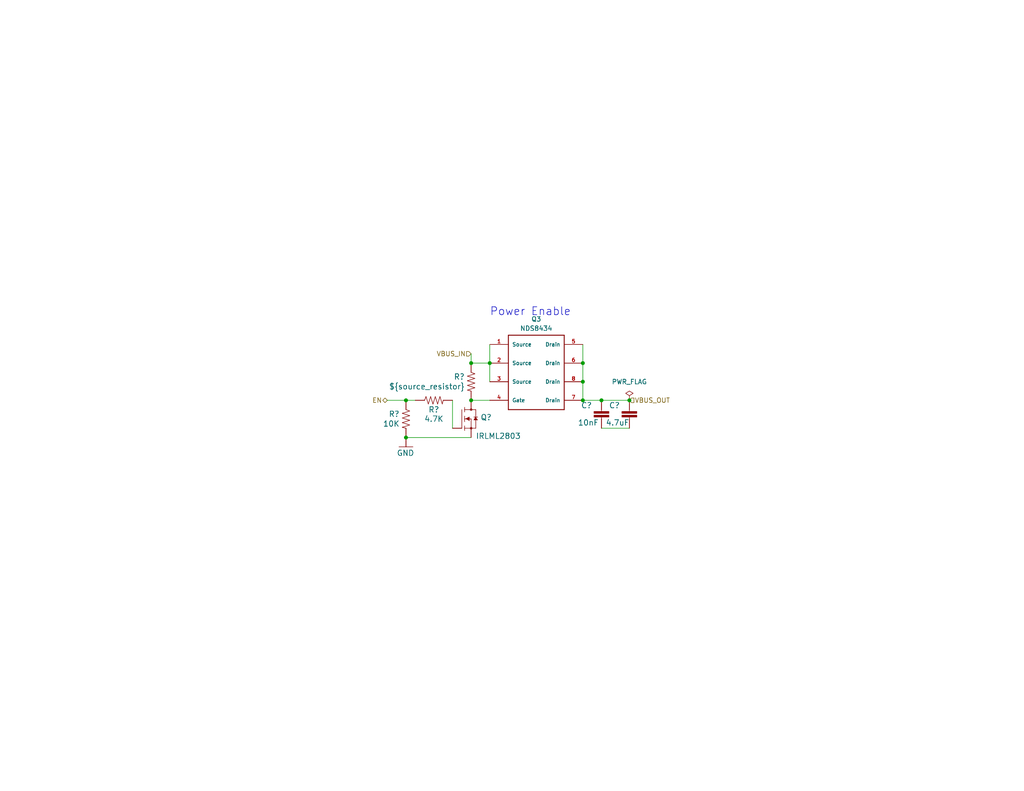
<source format=kicad_sch>
(kicad_sch (version 20230121) (generator eeschema)
  (paper "A")
  (title_block (date "2023-11-01") (rev "1.0") (company "Stanford Student Space Initiative") (comment 1 "RE: Flynn Dreilinger") (comment 2 "Reviewer 1: Pete Mahowald") (comment 3 "Reviewer 2: Tim Vrakas") (comment 4 "Reviewer 3: Grant Regen"))
  (lib_symbols
    (symbol "adcs:NDS8434" (pin_names (offset 1.016))
      (property "Reference" "Q2" (at -1.27 11.43 0))
      (property "Value" "NDS8434" (at -5.08 -12.7 0))
      (symbol "NDS8434_0_0"
        (polyline (pts (xy -7.62 -10.16) (xy -7.62 10.16)) (stroke (width 0.254)))
        (polyline (pts (xy -7.62 10.16) (xy 7.62 10.16)) (stroke (width 0.254)))
        (polyline (pts (xy 7.62 -10.16) (xy -7.62 -10.16)) (stroke (width 0.254)))
        (polyline (pts (xy 7.62 10.16) (xy 7.62 -10.16)) (stroke (width 0.254)))
        (pin bidirectional line (at -12.7 7.62 0) (length 5.08) (name "Source") (number "1"))
        (pin bidirectional line (at -12.7 2.54 0) (length 5.08) (name "Source") (number "2"))
        (pin bidirectional line (at -12.7 -2.54 0) (length 5.08) (name "Source") (number "3"))
        (pin bidirectional line (at -12.7 -7.62 0) (length 5.08) (name "Gate") (number "4"))
        (pin bidirectional line (at 12.7 7.62 180) (length 5.08) (name "Drain") (number "5"))
        (pin bidirectional line (at 12.7 2.54 180) (length 5.08) (name "Drain") (number "6"))
        (pin bidirectional line (at 12.7 -7.62 180) (length 5.08) (name "Drain") (number "7"))
        (pin bidirectional line (at 12.7 -2.54 180) (length 5.08) (name "Drain") (number "8"))
      )
    )
    (symbol "mainboard:GND" (power) (pin_names (offset 1.016))
      (property "Value" "GND" (at -2.54 -2.54 0))
      (symbol "GND_1_0"
        (polyline (pts (xy -1.905 0) (xy 1.905 0)))
        (pin power_in line (at 0 2.54 270) (length 2.54) (name "GND") (number "1"))
      )
    )
    (symbol "mainboard:IRLML2803TRPBF" (pin_names (offset 1.016))
      (property "Reference" "Q" (at -11.43 1.27 0))
      (property "Value" "IRLML2803TRPBF" (at -11.43 3.81 0))
      (symbol "IRLML2803TRPBF_1_0"
        (polyline (pts (xy 0 2.54) (xy 0 -2.54)))
        (polyline (pts (xy 0.762 -2.54) (xy 0.762 -3.175)))
        (polyline (pts (xy 0.762 -1.905) (xy 0.762 -2.54)))
        (polyline (pts (xy 0.762 0) (xy 0.762 -0.762)))
        (polyline (pts (xy 0.762 0) (xy 2.54 0)))
        (polyline (pts (xy 0.762 0.762) (xy 0.762 0)))
        (polyline (pts (xy 0.762 2.54) (xy 0.762 1.905)))
        (polyline (pts (xy 0.762 2.54) (xy 3.81 2.54)))
        (polyline (pts (xy 0.762 3.175) (xy 0.762 2.54)))
        (polyline (pts (xy 2.54 -2.54) (xy 0.762 -2.54)))
        (polyline (pts (xy 2.54 -2.54) (xy 3.81 -2.54)))
        (polyline (pts (xy 2.54 0) (xy 2.54 -2.54)))
        (polyline (pts (xy 3.302 0.508) (xy 3.81 0.508)))
        (polyline (pts (xy 3.81 -0.508) (xy 3.81 -2.54)))
        (polyline (pts (xy 3.81 0.508) (xy 3.81 -0.508)))
        (polyline (pts (xy 3.81 0.508) (xy 4.318 0.508)))
        (polyline (pts (xy 3.81 2.54) (xy 3.81 0.508)))
        (polyline (pts (xy 1.016 0) (xy 2.032 0.508) (xy 2.032 -0.508)) (fill (type outline)))
        (polyline (pts (xy 3.81 0.508) (xy 3.302 -0.254) (xy 4.318 -0.254)) (fill (type outline)))
        (circle (center 2.54 -2.54) (radius 0.254))
        (circle (center 2.54 2.54) (radius 0.254))
        (pin passive line (at -2.54 -2.54 0) (length 2.54) (name "G") (number "1"))
        (pin passive line (at 2.54 -5.08 90) (length 2.54) (name "S") (number "2"))
        (pin passive line (at 2.54 5.08 270) (length 2.54) (name "D") (number "3"))
      )
    )
    (symbol "mainboard:R-US_R0603" (pin_names (offset 1.016))
      (property "Reference" "R" (at -3.81 1.4986 0))
      (property "Value" "R-US_R0603" (at -3.81 -3.302 0))
      (symbol "R-US_R0603_1_0"
        (polyline (pts (xy -2.54 0) (xy -2.159 1.016)))
        (polyline (pts (xy -2.159 1.016) (xy -1.524 -1.016)))
        (polyline (pts (xy -1.524 -1.016) (xy -0.889 1.016)))
        (polyline (pts (xy -0.889 1.016) (xy -0.254 -1.016)))
        (polyline (pts (xy -0.254 -1.016) (xy 0.381 1.016)))
        (polyline (pts (xy 0.381 1.016) (xy 1.016 -1.016)))
        (polyline (pts (xy 1.016 -1.016) (xy 1.651 1.016)))
        (polyline (pts (xy 1.651 1.016) (xy 2.286 -1.016)))
        (polyline (pts (xy 2.286 -1.016) (xy 2.54 0)))
        (pin passive line (at -5.08 0 0) (length 2.54) (name "1") (number "1"))
        (pin passive line (at 5.08 0 180) (length 2.54) (name "2") (number "2"))
      )
    )
    (symbol "power:PWR_FLAG" (power) (pin_numbers hide) (pin_names (offset 0) hide)
      (property "Value" "PWR_FLAG" (at 0 3.81 0))
      (symbol "PWR_FLAG_0_0"
        (pin power_out line (at 0 0 90) (length 0) (name "pwr") (number "1"))
      )
      (symbol "PWR_FLAG_0_1"
        (polyline (pts (xy 0 0) (xy 0 1.27) (xy -1.016 1.905) (xy 0 2.54) (xy 1.016 1.905) (xy 0 1.27)))
      )
    )
    (symbol "pycubed_mainboard:10NF_10000PF-50V-10%(0603)" (pin_names (offset 1.016))
      (property "Reference" "C" (at 1.524 2.921 0))
      (property "Value" "10NF_10000PF-50V-10%(0603)" (at 1.524 -2.159 0))
      (symbol "10NF_10000PF-50V-10%(0603)_1_0"
        (rectangle (start -2.032 0.508) (end 2.032 1.016) (fill (type outline)))
        (rectangle (start -2.032 1.524) (end 2.032 2.032) (fill (type outline)))
        (polyline (pts (xy 0 0) (xy 0 0.508)))
        (polyline (pts (xy 0 2.54) (xy 0 2.032)))
        (pin passive line (at 0 5.08 270) (length 2.54) (name "1") (number "1"))
        (pin passive line (at 0 -2.54 90) (length 2.54) (name "2") (number "2"))
      )
    )
  )
  (junction (at 128.5494 109.2962))
  (junction (at 110.7694 109.2962))
  (junction (at 171.7294 109.2962))
  (junction (at 159.0294 109.2962))
  (junction (at 110.7694 119.4562))
  (junction (at 164.1094 109.2962))
  (junction (at 159.0294 104.2162))
  (junction (at 159.0294 99.1362))
  (junction (at 128.5494 99.1362))
  (junction (at 133.6294 99.1362))
  (wire (pts (xy 128.5494 99.1362) (xy 128.5494 96.5962)))
  (wire (pts (xy 159.0294 104.2162) (xy 159.0294 109.2962)))
  (wire (pts (xy 133.6294 99.1362) (xy 133.6294 104.2162)))
  (wire (pts (xy 133.6294 109.2962) (xy 128.5494 109.2962)))
  (wire (pts (xy 159.0294 99.1362) (xy 159.0294 104.2162)))
  (wire (pts (xy 164.1094 109.2962) (xy 171.7294 109.2962)))
  (wire (pts (xy 133.6294 99.1362) (xy 128.5494 99.1362)))
  (wire (pts (xy 110.7694 109.2962) (xy 105.6894 109.2962)))
  (wire (pts (xy 159.0294 109.2962) (xy 164.1094 109.2962)))
  (wire (pts (xy 159.0294 94.0562) (xy 159.0294 99.1362)))
  (wire (pts (xy 128.5494 119.4562) (xy 110.7694 119.4562)))
  (wire (pts (xy 164.1094 116.9162) (xy 171.7294 116.9162)))
  (wire (pts (xy 133.6294 94.0562) (xy 133.6294 99.1362)))
  (wire (pts (xy 113.3094 109.2962) (xy 110.7694 109.2962)))
  (wire (pts (xy 123.4694 116.9162) (xy 123.4694 109.2962)))
  (text "Power Enable" (at 133.6294 86.4362 0) (effects (font (size 2.159 2.159)) (justify left bottom)))
  (hierarchical_label "EN" (shape bidirectional) (at 105.6894 109.2962 180))
  (hierarchical_label "VBUS_OUT" (shape input) (at 171.704 109.2962 0))
  (hierarchical_label "VBUS_IN" (shape input) (at 128.5494 96.5962 180))
  (symbol (lib_id "mainboard:R-US_R0603") (at 118.3894 109.2962 0) (unit 1)
    (property "Reference" "R?" (at 118.3894 111.8362 0) (effects (font (size 1.4986 1.4986))))
    (property "Value" "4.7K" (at 118.3894 114.3762 0) (effects (font (size 1.4986 1.4986))))
    (property "Footprint" "Resistor_SMD:R_0603_1608Metric" (effects hide))
    (property "Description" "4.7K 0603" (effects hide))
    (instances (project "adcs-hardware" (path "" (reference "R?") (unit 1)) (path "" (reference "R?") (unit 1)) (path "" (reference "R34") (unit 1)) (path "" (reference "R20") (unit 1)) (path "" (reference "R40") (unit 1)) (path "" (reference "R37") (unit 1)) (path "" (reference "R43") (unit 1)) (path "" (reference "R49") (unit 1)) (path "" (reference "R46") (unit 1))) (project "mainboard" (path "" (reference "R?") (unit 1))))
  )
  (symbol (lib_id "power:PWR_FLAG") (at 171.7294 109.2962 0) (unit 1)
    (property "Reference" "#FLG?" (effects hide))
    (property "Value" "PWR_FLAG" (at 171.7294 104.2416 0))
    (instances (project "adcs-hardware" (path "" (reference "#FLG?") (unit 1)) (path "" (reference "#FLG?") (unit 1)) (path "" (reference "#FLG07") (unit 1)) (path "" (reference "#FLG06") (unit 1)) (path "" (reference "#FLG08") (unit 1)) (path "" (reference "#FLG09") (unit 1)) (path "" (reference "#FLG010") (unit 1)) (path "" (reference "#FLG011") (unit 1)) (path "" (reference "#FLG012") (unit 1))))
  )
  (symbol (lib_id "mainboard:IRLML2803TRPBF") (at 126.0094 114.3762 0) (unit 1)
    (property "Reference" "Q?" (at 131.0894 113.1062 0) (effects (font (size 1.4986 1.4986)) (justify left top)))
    (property "Value" "IRLML2803" (at 129.8194 118.1862 0) (effects (font (size 1.4986 1.4986)) (justify left top)))
    (property "Footprint" "mainboard:SOT-23" (effects hide))
    (property "Datasheet" "https://www.infineon.com/dgdl/irlml2803pbf.pdf?fileId=5546d462533600a4015356682aff260f" (effects hide))
    (property "Description" "Single N-Channel MOSFET" (effects hide))
    (property "Flight" "IRLML2803" (effects hide))
    (property "Manufacturer_Name" "Infineon Technologies" (effects hide))
    (property "Proto" "2302" (effects hide))
    (instances (project "adcs-hardware" (path "" (reference "Q?") (unit 1)) (path "" (reference "Q?") (unit 1)) (path "" (reference "Q4") (unit 1)) (path "" (reference "Q2") (unit 1)) (path "" (reference "Q8") (unit 1)) (path "" (reference "Q6") (unit 1)) (path "" (reference "Q10") (unit 1)) (path "" (reference "Q14") (unit 1)) (path "" (reference "Q12") (unit 1))) (project "mainboard" (path "" (reference "Q?") (unit 1))))
  )
  (symbol (lib_id "mainboard:R-US_R0603") (at 128.5494 104.2162 270) (unit 1)
    (property "Reference" "R?" (at 126.8476 102.87 90) (effects (font (size 1.4986 1.4986)) (justify right)))
    (property "Value" "${source_resistor}" (at 126.8476 105.537 90) (effects (font (size 1.4986 1.4986)) (justify right)))
    (property "Footprint" "Resistor_SMD:R_0603_1608Metric" (effects hide))
    (property "Description" "0603" (effects hide))
    (instances (project "adcs-hardware" (path "" (reference "R?") (unit 1)) (path "" (reference "R?") (unit 1)) (path "" (reference "R35") (unit 1)) (path "" (reference "R21") (unit 1)) (path "" (reference "R41") (unit 1)) (path "" (reference "R38") (unit 1)) (path "" (reference "R44") (unit 1)) (path "" (reference "R50") (unit 1)) (path "" (reference "R47") (unit 1))) (project "mainboard" (path "" (reference "R?") (unit 1))))
  )
  (symbol (lib_id "pycubed_mainboard:10NF_10000PF-50V-10%(0603)") (at 171.7294 114.3762 0) (unit 1)
    (property "Reference" "C?" (at 166.1414 110.6932 0) (effects (font (size 1.4986 1.4986)) (justify left)))
    (property "Value" "4.7uF" (at 165.2524 115.3922 0) (effects (font (size 1.4986 1.4986)) (justify left)))
    (property "Footprint" "Capacitor_SMD:C_0603_1608Metric" (effects hide))
    (instances (project "adcs-hardware" (path "" (reference "C?") (unit 1)) (path "" (reference "C?") (unit 1)) (path "" (reference "C?") (unit 1)) (path "" (reference "C41") (unit 1)) (path "" (reference "C35") (unit 1)) (path "" (reference "C43") (unit 1)) (path "" (reference "C45") (unit 1)) (path "" (reference "C47") (unit 1)) (path "" (reference "C49") (unit 1)) (path "" (reference "C51") (unit 1))))
  )
  (symbol (lib_id "adcs:NDS8434") (at 146.3294 101.6762 0) (unit 1)
    (property "Reference" "Q3" (at 146.3294 87.122 0))
    (property "Value" "NDS8434" (at 146.3294 89.662 0))
    (property "Footprint" "mainboard:NDS8434" (effects hide))
    (property "Datasheet" "https://www.onsemi.com/pdf/datasheet/nds8434-d.pdf" (effects hide))
    (property "Flight" "NDS8434" (effects hide))
    (property "Description" "P-Channel MOSFET" (effects hide))
    (property "Manufacturer_Name" "ON Semiconductor" (effects hide))
    (property "Proto" "DMP2022LSS-13" (effects hide))
    (instances (project "adcs-hardware" (path "" (reference "Q3") (unit 1)) (path "" (reference "Q5") (unit 1)) (path "" (reference "Q7") (unit 1)) (path "" (reference "Q9") (unit 1)) (path "" (reference "Q11") (unit 1)) (path "" (reference "Q13") (unit 1)) (path "" (reference "Q15") (unit 1))))
  )
  (symbol (lib_id "mainboard:R-US_R0603") (at 110.7694 114.3762 270) (unit 1)
    (property "Reference" "R?" (at 109.0676 113.03 90) (effects (font (size 1.4986 1.4986)) (justify right)))
    (property "Value" "10K" (at 109.0676 115.697 90) (effects (font (size 1.4986 1.4986)) (justify right)))
    (property "Footprint" "Resistor_SMD:R_0603_1608Metric" (effects hide))
    (property "Description" "10K 0603" (effects hide))
    (instances (project "adcs-hardware" (path "" (reference "R?") (unit 1)) (path "" (reference "R?") (unit 1)) (path "" (reference "R33") (unit 1)) (path "" (reference "R19") (unit 1)) (path "" (reference "R39") (unit 1)) (path "" (reference "R36") (unit 1)) (path "" (reference "R42") (unit 1)) (path "" (reference "R48") (unit 1)) (path "" (reference "R45") (unit 1))) (project "mainboard" (path "" (reference "R?") (unit 1))))
  )
  (symbol (lib_id "pycubed_mainboard:10NF_10000PF-50V-10%(0603)") (at 164.1094 114.3762 0) (unit 1)
    (property "Reference" "C?" (at 158.5214 110.6932 0) (effects (font (size 1.4986 1.4986)) (justify left)))
    (property "Value" "10nF" (at 157.6324 115.3922 0) (effects (font (size 1.4986 1.4986)) (justify left)))
    (property "Footprint" "Capacitor_SMD:C_0603_1608Metric" (effects hide))
    (instances (project "adcs-hardware" (path "" (reference "C?") (unit 1)) (path "" (reference "C?") (unit 1)) (path "" (reference "C?") (unit 1)) (path "" (reference "C40") (unit 1)) (path "" (reference "C34") (unit 1)) (path "" (reference "C42") (unit 1)) (path "" (reference "C44") (unit 1)) (path "" (reference "C46") (unit 1)) (path "" (reference "C48") (unit 1)) (path "" (reference "C50") (unit 1))))
  )
  (symbol (lib_id "mainboard:GND") (at 110.7694 121.9962 0) (unit 1)
    (property "Reference" "#GND?" (effects hide))
    (property "Value" "GND" (at 108.2294 124.5362 0) (effects (font (size 1.4986 1.4986)) (justify left bottom)))
    (instances (project "adcs-hardware" (path "" (reference "#GND?") (unit 1)) (path "" (reference "#GND?") (unit 1)) (path "" (reference "#GND018") (unit 1)) (path "" (reference "#GND09") (unit 1)) (path "" (reference "#GND020") (unit 1)) (path "" (reference "#GND019") (unit 1)) (path "" (reference "#GND021") (unit 1)) (path "" (reference "#GND023") (unit 1)) (path "" (reference "#GND022") (unit 1))) (project "mainboard" (path "" (reference "#GND?") (unit 1))))
  )
)
</source>
